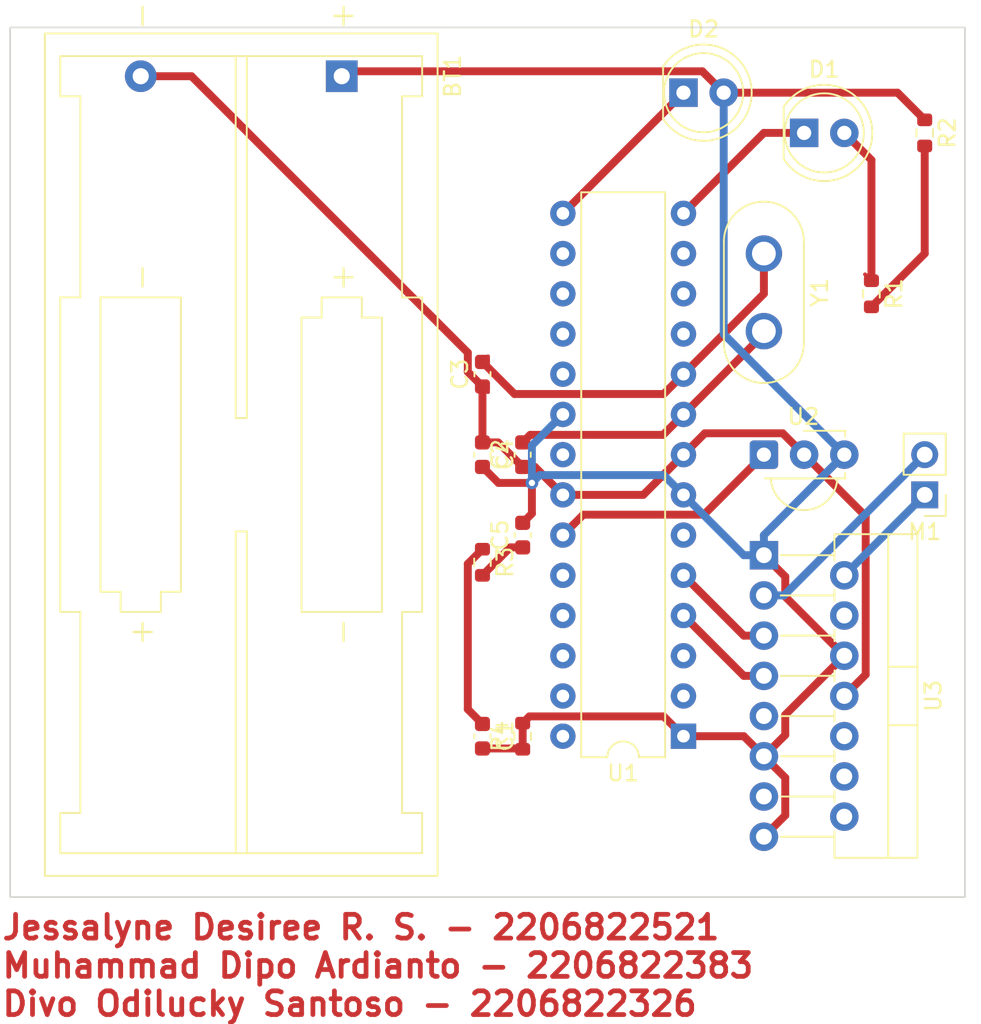
<source format=kicad_pcb>
(kicad_pcb (version 20221018) (generator pcbnew)
  (layers (0 "F.Cu" signal) (31 "B.Cu" signal) (34 "B.Paste" user) (35 "F.Paste" user) (36 "B.SilkS" user "B.Silkscreen") (37 "F.SilkS" user "F.Silkscreen") (38 "B.Mask" user) (39 "F.Mask" user) (44 "Edge.Cuts" user))
  (net 0 "")
  (net 1 "Net-(D1-K)")
  (net 2 "Net-(D1-A)")
  (net 3 "Net-(D2-K)")
  (net 4 "Net-(BT1-+)")
  (net 5 "Net-(M1-+)")
  (net 6 "Net-(M1--)")
  (net 7 "Earth")
  (net 8 "+5V")
  (net 11 "Net-(U1-PD2)")
  (net 12 "Net-(U1-PD3)")
  (net 14 "Net-(C1-Pad1)")
  (net 15 "Net-(BT1--)")
  (net 16 "Net-(U1-PB6{slash}XTAL1)")
  (net 24 "Net-(U1-PB7{slash}XTAL2)")
  (net 26 "Net-(U1-PC0)")
  (net 32 "+12V")
  (footprint "Capacitor_SMD:C_0603_1608Metric" (layer "F.Cu") (at 86.36 114.3 -90)
    (fp_text reference "C1" (at 0 -1.43 90) (layer "F.SilkS"))
    (fp_text value "100nC")
    (fp_line (start -0.14058 -0.51) (end 0.14058 -0.51) (stroke (width 0.12)) (layer "F.SilkS"))
    (fp_line (start -0.14058 0.51) (end 0.14058 0.51) (stroke (width 0.12)) (layer "F.SilkS"))
    (pad "1" smd roundrect (at -0.775 0 270) (size 0.9 0.95) (layers "F.Cu" "F.Paste" "F.Mask") (net 14 "Net-(C1-Pad1)"))
    (pad "2" smd roundrect (at 0.775 0 270) (size 0.9 0.95) (layers "F.Cu" "F.Paste" "F.Mask") (net 4 "Net-(BT1-+)"))
  )
  (footprint "Resistor_SMD:R_0603_1608Metric" (layer "F.Cu") (at 86.36 103.315 -90)
    (fp_text reference "R3" (at 0 -1.43 90) (layer "F.SilkS"))
    (fp_text value "1kR")
    (fp_line (start -0.237258 -0.5225) (end 0.237258 -0.5225) (stroke (width 0.12)) (layer "F.SilkS"))
    (fp_line (start -0.237258 0.5225) (end 0.237258 0.5225) (stroke (width 0.12)) (layer "F.SilkS"))
    (pad "1" smd roundrect (at -0.825 0 270) (size 0.8 0.95) (layers "F.Cu" "F.Paste" "F.Mask") (net 14 "Net-(C1-Pad1)"))
    (pad "2" smd roundrect (at 0.825 0 270) (size 0.8 0.95) (layers "F.Cu" "F.Paste" "F.Mask") (net 15 "Net-(BT1--)"))
  )
  (footprint "Resistor_SMD:R_0603_1608Metric" (layer "F.Cu") (at 110.935 86.36 -90)
    (fp_text reference "R1" (at 0 -1.43 90) (layer "F.SilkS"))
    (fp_text value "100R")
    (fp_line (start -0.237258 -0.5225) (end 0.237258 -0.5225) (stroke (width 0.12)) (layer "F.SilkS"))
    (fp_line (start -0.237258 0.5225) (end 0.237258 0.5225) (stroke (width 0.12)) (layer "F.SilkS"))
    (pad "1" smd roundrect (at -0.825 0 270) (size 0.8 0.95) (layers "F.Cu" "F.Paste" "F.Mask") (net 2 "Net-(D1-A)"))
    (pad "2" smd roundrect (at 0.825 0 270) (size 0.8 0.95) (layers "F.Cu" "F.Paste" "F.Mask") (net 7 "Earth"))
  )
  (footprint "Capacitor_SMD:C_0603_1608Metric" (layer "F.Cu") (at 88.9 101.6 90)
    (fp_text reference "C5" (at 0 -1.43 90) (layer "F.SilkS"))
    (fp_text value "100nC")
    (fp_line (start -0.14058 -0.51) (end 0.14058 -0.51) (stroke (width 0.12)) (layer "F.SilkS"))
    (fp_line (start -0.14058 0.51) (end 0.14058 0.51) (stroke (width 0.12)) (layer "F.SilkS"))
    (pad "1" smd roundrect (at -0.775 0 90) (size 0.9 0.95) (layers "F.Cu" "F.Paste" "F.Mask") (net 15 "Net-(BT1--)"))
    (pad "2" smd roundrect (at 0.775 0 90) (size 0.9 0.95) (layers "F.Cu" "F.Paste" "F.Mask") (net 4 "Net-(BT1-+)"))
  )
  (footprint "LED_THT:LED_D5.0mm_FlatTop" (layer "F.Cu") (at 99.06 73.66)
    (fp_text reference "D2" (at 1.27 -4.01) (layer "F.SilkS"))
    (fp_text value "LED")
    (fp_line (start -1.29 -1.64) (end -1.29 1.64) (stroke (width 0.12)) (layer "F.SilkS"))
    (fp_arc (start -1.29 -1.639512) (mid 2.125106 -2.917258) (end 4.309999 0.001958) (stroke (width 0.12)) (layer "F.SilkS"))
    (fp_arc (start 4.309999 -0.001958) (mid 2.125106 2.917258) (end -1.29 1.639512) (stroke (width 0.12)) (layer "F.SilkS"))
    (fp_circle (center 1.27 0) (end 3.77 0) (stroke (width 0.12)) (fill none) (layer "F.SilkS"))
    (pad "1" thru_hole rect (at 0 0) (size 1.8 1.8) (drill 0.9) (layers "*.Cu" "*.Mask") (net 3 "Net-(D2-K)"))
    (pad "2" thru_hole circle (at 2.54 0) (size 1.8 1.8) (drill 0.9) (layers "*.Cu" "*.Mask") (net 4 "Net-(BT1-+)"))
  )
  (footprint "Connector_PinHeader_2.54mm:PinHeader_1x02_P2.54mm_Vertical" (layer "F.Cu") (at 114.3 99.06 180)
    (fp_text reference "M1" (at 0 -2.33) (layer "F.SilkS"))
    (fp_text value "Motor_DC")
    (fp_line (start -1.33 -1.33) (end 0 -1.33) (stroke (width 0.12)) (layer "F.SilkS"))
    (fp_line (start -1.33 0) (end -1.33 -1.33) (stroke (width 0.12)) (layer "F.SilkS"))
    (fp_line (start -1.33 1.27) (end -1.33 3.87) (stroke (width 0.12)) (layer "F.SilkS"))
    (fp_line (start -1.33 1.27) (end 1.33 1.27) (stroke (width 0.12)) (layer "F.SilkS"))
    (fp_line (start -1.33 3.87) (end 1.33 3.87) (stroke (width 0.12)) (layer "F.SilkS"))
    (fp_line (start 1.33 1.27) (end 1.33 3.87) (stroke (width 0.12)) (layer "F.SilkS"))
    (pad "1" thru_hole rect (at 0 0 180) (size 1.7 1.7) (drill 1) (layers "*.Cu" "*.Mask") (net 5 "Net-(M1-+)"))
    (pad "2" thru_hole oval (at 0 2.54 180) (size 1.7 1.7) (drill 1) (layers "*.Cu" "*.Mask") (net 6 "Net-(M1--)"))
  )
  (footprint "Capacitor_SMD:C_0603_1608Metric" (layer "F.Cu") (at 86.36 91.44 90)
    (fp_text reference "C3" (at 0 -1.43 90) (layer "F.SilkS"))
    (fp_text value "22pC")
    (fp_line (start -0.14058 -0.51) (end 0.14058 -0.51) (stroke (width 0.12)) (layer "F.SilkS"))
    (fp_line (start -0.14058 0.51) (end 0.14058 0.51) (stroke (width 0.12)) (layer "F.SilkS"))
    (pad "1" smd roundrect (at -0.775 0 90) (size 0.9 0.95) (layers "F.Cu" "F.Paste" "F.Mask") (net 15 "Net-(BT1--)"))
    (pad "2" smd roundrect (at 0.775 0 90) (size 0.9 0.95) (layers "F.Cu" "F.Paste" "F.Mask") (net 24 "Net-(U1-PB7{slash}XTAL2)"))
  )
  (footprint "Crystal:Crystal_HC50_Vertical" (layer "F.Cu") (at 104.14 83.82 -90)
    (fp_text reference "Y1" (at 2.45 -3.525 90) (layer "F.SilkS"))
    (fp_text value "16MHz")
    (fp_line (start -0.75 -2.525) (end 5.65 -2.525) (stroke (width 0.12)) (layer "F.SilkS"))
    (fp_line (start -0.75 2.525) (end 5.65 2.525) (stroke (width 0.12)) (layer "F.SilkS"))
    (fp_arc (start -0.75 2.525) (mid -3.275 0) (end -0.75 -2.525) (stroke (width 0.12)) (layer "F.SilkS"))
    (fp_arc (start 5.65 -2.525) (mid 8.175 0) (end 5.65 2.525) (stroke (width 0.12)) (layer "F.SilkS"))
    (pad "1" thru_hole circle (at 0 0 270) (size 2.3 2.3) (drill 1.5) (layers "*.Cu" "*.Mask") (net 24 "Net-(U1-PB7{slash}XTAL2)"))
    (pad "2" thru_hole circle (at 4.9 0 270) (size 2.3 2.3) (drill 1.5) (layers "*.Cu" "*.Mask") (net 16 "Net-(U1-PB6{slash}XTAL1)"))
  )
  (footprint "LED_THT:LED_D5.0mm_FlatTop" (layer "F.Cu") (at 106.68 76.2)
    (fp_text reference "D1" (at 1.27 -4.01) (layer "F.SilkS"))
    (fp_text value "LED")
    (fp_line (start -1.29 -1.64) (end -1.29 1.64) (stroke (width 0.12)) (layer "F.SilkS"))
    (fp_arc (start -1.29 -1.639512) (mid 2.125106 -2.917258) (end 4.309999 0.001958) (stroke (width 0.12)) (layer "F.SilkS"))
    (fp_arc (start 4.309999 -0.001958) (mid 2.125106 2.917258) (end -1.29 1.639512) (stroke (width 0.12)) (layer "F.SilkS"))
    (fp_circle (center 1.27 0) (end 3.77 0) (stroke (width 0.12)) (fill none) (layer "F.SilkS"))
    (pad "1" thru_hole rect (at 0 0) (size 1.8 1.8) (drill 0.9) (layers "*.Cu" "*.Mask") (net 1 "Net-(D1-K)"))
    (pad "2" thru_hole circle (at 2.54 0) (size 1.8 1.8) (drill 0.9) (layers "*.Cu" "*.Mask") (net 2 "Net-(D1-A)"))
  )
  (footprint "Capacitor_SMD:C_0603_1608Metric" (layer "F.Cu") (at 86.36 96.52 -90)
    (fp_text reference "C4" (at 0 -1.43 90) (layer "F.SilkS"))
    (fp_text value "100nC")
    (fp_line (start -0.14058 -0.51) (end 0.14058 -0.51) (stroke (width 0.12)) (layer "F.SilkS"))
    (fp_line (start -0.14058 0.51) (end 0.14058 0.51) (stroke (width 0.12)) (layer "F.SilkS"))
    (pad "1" smd roundrect (at -0.775 0 270) (size 0.9 0.95) (layers "F.Cu" "F.Paste" "F.Mask") (net 15 "Net-(BT1--)"))
    (pad "2" smd roundrect (at 0.775 0 270) (size 0.9 0.95) (layers "F.Cu" "F.Paste" "F.Mask") (net 4 "Net-(BT1-+)"))
  )
  (footprint "Resistor_SMD:R_0603_1608Metric" (layer "F.Cu") (at 114.3 76.2 -90)
    (fp_text reference "R2" (at 0 -1.43 90) (layer "F.SilkS"))
    (fp_text value "100R")
    (fp_line (start -0.237258 -0.5225) (end 0.237258 -0.5225) (stroke (width 0.12)) (layer "F.SilkS"))
    (fp_line (start -0.237258 0.5225) (end 0.237258 0.5225) (stroke (width 0.12)) (layer "F.SilkS"))
    (pad "1" smd roundrect (at -0.825 0 270) (size 0.8 0.95) (layers "F.Cu" "F.Paste" "F.Mask") (net 4 "Net-(BT1-+)"))
    (pad "2" smd roundrect (at 0.825 0 270) (size 0.8 0.95) (layers "F.Cu" "F.Paste" "F.Mask") (net 7 "Earth"))
  )
  (footprint "Resistor_SMD:R_0603_1608Metric" (layer "F.Cu") (at 88.9 114.3 90)
    (fp_text reference "R4" (at 0 -1.43 90) (layer "F.SilkS"))
    (fp_text value "10kR")
    (fp_line (start -0.237258 -0.5225) (end 0.237258 -0.5225) (stroke (width 0.12)) (layer "F.SilkS"))
    (fp_line (start -0.237258 0.5225) (end 0.237258 0.5225) (stroke (width 0.12)) (layer "F.SilkS"))
    (pad "1" smd roundrect (at -0.825 0 90) (size 0.8 0.95) (layers "F.Cu" "F.Paste" "F.Mask") (net 4 "Net-(BT1-+)"))
    (pad "2" smd roundrect (at 0.825 0 90) (size 0.8 0.95) (layers "F.Cu" "F.Paste" "F.Mask") (net 4 "Net-(BT1-+)"))
  )
  (footprint "OptoDevice:Vishay_MINICAST-3Pin" (layer "F.Cu") (at 104.14 96.52)
    (fp_text reference "U2" (at 2.5 -2.4) (layer "F.SilkS"))
    (fp_text value "TSSP58038")
    (fp_line (start 5.14 -1.51) (end 2.54 -1.51) (stroke (width 0.12)) (layer "F.SilkS"))
    (fp_line (start 5.14 -1.16) (end 5.14 -1.51) (stroke (width 0.12)) (layer "F.SilkS"))
    (fp_line (start 5.14 1.16) (end 5.14 1.5) (stroke (width 0.12)) (layer "F.SilkS"))
    (fp_line (start 5.14 1.5) (end 0.05 1.5) (stroke (width 0.12)) (layer "F.SilkS"))
    (fp_arc (start 4.64 1.5) (mid 2.540869 3.502379) (end 0.440083 1.501736) (stroke (width 0.12)) (layer "F.SilkS"))
    (pad "1" thru_hole roundrect (at 0 0) (size 1.8 1.8) (drill 0.9) (layers "*.Cu" "*.Mask") (roundrect_rratio 0.139) (net 26 "Net-(U1-PC0)"))
    (pad "2" thru_hole circle (at 2.54 0) (size 1.8 1.8) (drill 0.9) (layers "*.Cu" "*.Mask") (net 15 "Net-(BT1--)"))
    (pad "3" thru_hole circle (at 5.08 0) (size 1.8 1.8) (drill 0.9) (layers "*.Cu" "*.Mask") (net 4 "Net-(BT1-+)"))
  )
  (footprint "Package_TO_SOT_THT:TO-220-15_P2.54x2.54mm_StaggerOdd_Lead4.58mm_Vertical" (layer "F.Cu") (at 104.14 102.87 -90)
    (fp_text reference "U3" (at 8.89 -10.7 90) (layer "F.SilkS"))
    (fp_text value "L298N")
    (fp_line (start -1.33 -9.7) (end -1.33 -4.459) (stroke (width 0.12)) (layer "F.SilkS"))
    (fp_line (start -1.33 -9.7) (end 19.11 -9.7) (stroke (width 0.12)) (layer "F.SilkS"))
    (fp_line (start -1.33 -7.86) (end 19.11 -7.86) (stroke (width 0.12)) (layer "F.SilkS"))
    (fp_line (start -1.33 -4.459) (end 0.346 -4.459) (stroke (width 0.12)) (layer "F.SilkS"))
    (fp_line (start 0 -4.459) (end 0 -1.05) (stroke (width 0.12)) (layer "F.SilkS"))
    (fp_line (start 2.195 -4.459) (end 2.886 -4.459) (stroke (width 0.12)) (layer "F.SilkS"))
    (fp_line (start 2.54 -4.459) (end 2.54 -1.065) (stroke (width 0.12)) (layer "F.SilkS"))
    (fp_line (start 4.735 -4.459) (end 5.426 -4.459) (stroke (width 0.12)) (layer "F.SilkS"))
    (fp_line (start 5.08 -4.459) (end 5.08 -1.065) (stroke (width 0.12)) (layer "F.SilkS"))
    (fp_line (start 7.041 -9.7) (end 7.041 -7.86) (stroke (width 0.12)) (layer "F.SilkS"))
    (fp_line (start 7.275 -4.459) (end 7.966 -4.459) (stroke (width 0.12)) (layer "F.SilkS"))
    (fp_line (start 7.62 -4.459) (end 7.62 -1.065) (stroke (width 0.12)) (layer "F.SilkS"))
    (fp_line (start 9.815 -4.459) (end 10.506 -4.459) (stroke (width 0.12)) (layer "F.SilkS"))
    (fp_line (start 10.16 -4.459) (end 10.16 -1.065) (stroke (width 0.12)) (layer "F.SilkS"))
    (fp_line (start 10.74 -9.7) (end 10.74 -7.86) (stroke (width 0.12)) (layer "F.SilkS"))
    (fp_line (start 12.355 -4.459) (end 13.046 -4.459) (stroke (width 0.12)) (layer "F.SilkS"))
    (fp_line (start 12.7 -4.459) (end 12.7 -1.065) (stroke (width 0.12)) (layer "F.SilkS"))
    (fp_line (start 14.895 -4.459) (end 15.586 -4.459) (stroke (width 0.12)) (layer "F.SilkS"))
    (fp_line (start 15.24 -4.459) (end 15.24 -1.065) (stroke (width 0.12)) (layer "F.SilkS"))
    (fp_line (start 17.435 -4.459) (end 19.11 -4.459) (stroke (width 0.12)) (layer "F.SilkS"))
    (fp_line (start 17.78 -4.459) (end 17.78 -1.065) (stroke (width 0.12)) (layer "F.SilkS"))
    (fp_line (start 19.11 -9.7) (end 19.11 -4.459) (stroke (width 0.12)) (layer "F.SilkS"))
    (pad "1" thru_hole rect (at 0 0 270) (size 1.8 1.8) (drill 1) (layers "*.Cu" "*.Mask") (net 4 "Net-(BT1-+)"))
    (pad "2" thru_hole oval (at 1.27 -5.08 270) (size 1.8 1.8) (drill 1) (layers "*.Cu" "*.Mask") (net 5 "Net-(M1-+)"))
    (pad "3" thru_hole oval (at 2.54 0 270) (size 1.8 1.8) (drill 1) (layers "*.Cu" "*.Mask") (net 6 "Net-(M1--)"))
    (pad "4" thru_hole oval (at 3.81 -5.08 270) (size 1.8 1.8) (drill 1) (layers "*.Cu" "*.Mask") (net 32 "+12V"))
    (pad "5" thru_hole oval (at 5.08 0 270) (size 1.8 1.8) (drill 1) (layers "*.Cu" "*.Mask") (net 12 "Net-(U1-PD3)"))
    (pad "6" thru_hole oval (at 6.35 -5.08 270) (size 1.8 1.8) (drill 1) (layers "*.Cu" "*.Mask") (net 4 "Net-(BT1-+)"))
    (pad "7" thru_hole oval (at 7.62 0 270) (size 1.8 1.8) (drill 1) (layers "*.Cu" "*.Mask") (net 11 "Net-(U1-PD2)"))
    (pad "8" thru_hole oval (at 8.89 -5.08 270) (size 1.8 1.8) (drill 1) (layers "*.Cu" "*.Mask") (net 15 "Net-(BT1--)"))
    (pad "9" thru_hole oval (at 10.16 0 270) (size 1.8 1.8) (drill 1) (layers "*.Cu" "*.Mask") (net 8 "+5V"))
    (pad "10" thru_hole oval (at 11.43 -5.08 270) (size 1.8 1.8) (drill 1) (layers "*.Cu" "*.Mask"))
    (pad "11" thru_hole oval (at 12.7 0 270) (size 1.8 1.8) (drill 1) (layers "*.Cu" "*.Mask") (net 4 "Net-(BT1-+)"))
    (pad "12" thru_hole oval (at 13.97 -5.08 270) (size 1.8 1.8) (drill 1) (layers "*.Cu" "*.Mask"))
    (pad "13" thru_hole oval (at 15.24 0 270) (size 1.8 1.8) (drill 1) (layers "*.Cu" "*.Mask"))
    (pad "14" thru_hole oval (at 16.51 -5.08 270) (size 1.8 1.8) (drill 1) (layers "*.Cu" "*.Mask"))
    (pad "15" thru_hole oval (at 17.78 0 270) (size 1.8 1.8) (drill 1) (layers "*.Cu" "*.Mask") (net 4 "Net-(BT1-+)"))
  )
  (footprint "Battery:BatteryHolder_Keystone_2468_2xAAA" (layer "F.Cu") (at 77.47 72.62 -90)
    (fp_text reference "BT1" (at 0 -7 90) (layer "F.SilkS"))
    (fp_text value "5V")
    (fp_text user "-" (at -3.81 12.7 90) (layer "F.SilkS") (effects (font (size 1.5 1.5))))
    (fp_text user "-" (at 35.1 0 90) (layer "F.SilkS") (effects (font (size 1.5 1.5))))
    (fp_text user "+" (at 12.7 0 90) (layer "F.SilkS") (effects (font (size 1.5 1.5))))
    (fp_text user "+" (at 35.1 12.7 90) (layer "F.SilkS") (effects (font (size 1.5 1.5))))
    (fp_text user "-" (at 12.7 12.7 90) (layer "F.SilkS") (effects (font (size 1.5 1.5))))
    (fp_text user "+" (at -3.81 0 90) (layer "F.SilkS") (effects (font (size 1.5 1.5))))
    (fp_line (start -2.7 -6.05) (end -2.7 18.75) (stroke (width 0.12)) (layer "F.SilkS"))
    (fp_line (start -2.7 18.755) (end 50.5 18.755) (stroke (width 0.12)) (layer "F.SilkS"))
    (fp_line (start -1.27 -5.08) (end -1.27 17.78) (stroke (width 0.12)) (layer "F.SilkS"))
    (fp_line (start -1.27 6) (end 21.59 6) (stroke (width 0.12)) (layer "F.SilkS"))
    (fp_line (start -1.27 17.78) (end 1.27 17.78) (stroke (width 0.12)) (layer "F.SilkS"))
    (fp_line (start 1.27 -5.08) (end -1.27 -5.08) (stroke (width 0.12)) (layer "F.SilkS"))
    (fp_line (start 1.27 -3.81) (end 1.27 -5.08) (stroke (width 0.12)) (layer "F.SilkS"))
    (fp_line (start 1.27 -3.81) (end 13.97 -3.81) (stroke (width 0.12)) (layer "F.SilkS"))
    (fp_line (start 1.27 16.51) (end 13.97 16.51) (stroke (width 0.12)) (layer "F.SilkS"))
    (fp_line (start 1.27 17.78) (end 1.27 16.51) (stroke (width 0.12)) (layer "F.SilkS"))
    (fp_line (start 13.97 -5.08) (end 13.97 -3.81) (stroke (width 0.12)) (layer "F.SilkS"))
    (fp_line (start 13.97 -1.27) (end 15.24 -1.27) (stroke (width 0.12)) (layer "F.SilkS"))
    (fp_line (start 13.97 1.27) (end 13.97 -1.27) (stroke (width 0.12)) (layer "F.SilkS"))
    (fp_line (start 13.97 10.16) (end 32.56 10.16) (stroke (width 0.12)) (layer "F.SilkS"))
    (fp_line (start 13.97 15.24) (end 13.97 10.16) (stroke (width 0.12)) (layer "F.SilkS"))
    (fp_line (start 13.97 16.51) (end 13.97 17.78) (stroke (width 0.12)) (layer "F.SilkS"))
    (fp_line (start 13.97 17.78) (end 33.83 17.78) (stroke (width 0.12)) (layer "F.SilkS"))
    (fp_line (start 15.24 -2.54) (end 33.83 -2.54) (stroke (width 0.12)) (layer "F.SilkS"))
    (fp_line (start 15.24 -1.27) (end 15.24 -2.54) (stroke (width 0.12)) (layer "F.SilkS"))
    (fp_line (start 15.24 1.27) (end 13.97 1.27) (stroke (width 0.12)) (layer "F.SilkS"))
    (fp_line (start 15.24 2.54) (end 15.24 1.27) (stroke (width 0.12)) (layer "F.SilkS"))
    (fp_line (start 21.59 6) (end 21.59 6.7) (stroke (width 0.12)) (layer "F.SilkS"))
    (fp_line (start 21.59 6.7) (end -1.27 6.7) (stroke (width 0.12)) (layer "F.SilkS"))
    (fp_line (start 28.75 6) (end 28.75 6.7) (stroke (width 0.12)) (layer "F.SilkS"))
    (fp_line (start 28.75 6.7) (end 49.07 6.7) (stroke (width 0.12)) (layer "F.SilkS"))
    (fp_line (start 32.56 10.16) (end 32.56 11.43) (stroke (width 0.12)) (layer "F.SilkS"))
    (fp_line (start 32.56 11.43) (end 33.83 11.43) (stroke (width 0.12)) (layer "F.SilkS"))
    (fp_line (start 32.56 13.97) (end 32.56 15.24) (stroke (width 0.12)) (layer "F.SilkS"))
    (fp_line (start 32.56 15.24) (end 13.97 15.24) (stroke (width 0.12)) (layer "F.SilkS"))
    (fp_line (start 33.83 -5.08) (end 13.97 -5.08) (stroke (width 0.12)) (layer "F.SilkS"))
    (fp_line (start 33.83 -3.81) (end 33.83 -5.08) (stroke (width 0.12)) (layer "F.SilkS"))
    (fp_line (start 33.83 -2.54) (end 33.83 2.54) (stroke (width 0.12)) (layer "F.SilkS"))
    (fp_line (start 33.83 2.54) (end 15.24 2.54) (stroke (width 0.12)) (layer "F.SilkS"))
    (fp_line (start 33.83 11.43) (end 33.83 13.97) (stroke (width 0.12)) (layer "F.SilkS"))
    (fp_line (start 33.83 13.97) (end 32.56 13.97) (stroke (width 0.12)) (layer "F.SilkS"))
    (fp_line (start 33.83 17.78) (end 33.83 16.51) (stroke (width 0.12)) (layer "F.SilkS"))
    (fp_line (start 46.53 -5.08) (end 46.53 -3.81) (stroke (width 0.12)) (layer "F.SilkS"))
    (fp_line (start 46.53 -3.81) (end 33.83 -3.81) (stroke (width 0.12)) (layer "F.SilkS"))
    (fp_line (start 46.53 16.51) (end 33.83 16.51) (stroke (width 0.12)) (layer "F.SilkS"))
    (fp_line (start 46.53 17.78) (end 46.53 16.51) (stroke (width 0.12)) (layer "F.SilkS"))
    (fp_line (start 49.07 -5.08) (end 46.53 -5.08) (stroke (width 0.12)) (layer "F.SilkS"))
    (fp_line (start 49.07 -5.08) (end 49.07 17.78) (stroke (width 0.12)) (layer "F.SilkS"))
    (fp_line (start 49.07 6) (end 28.75 6) (stroke (width 0.12)) (layer "F.SilkS"))
    (fp_line (start 49.07 17.78) (end 46.53 17.78) (stroke (width 0.12)) (layer "F.SilkS"))
    (fp_line (start 50.5 -6.055) (end -2.7 -6.055) (stroke (width 0.12)) (layer "F.SilkS"))
    (fp_line (start 50.5 18.75) (end 50.5 -6.05) (stroke (width 0.12)) (layer "F.SilkS"))
    (pad "" np_thru_hole circle (at 8.64 4 270) (size 3.45 3.45) (drill 3.45) (layers "*.Cu"))
    (pad "" np_thru_hole circle (at 38.61 8.7 270) (size 3.45 3.45) (drill 3.45) (layers "*.Cu" "*.Mask"))
    (pad "1" thru_hole rect (at 0 0 270) (size 2 2) (drill 1.02) (layers "*.Cu" "*.Mask") (net 4 "Net-(BT1-+)"))
    (pad "2" thru_hole circle (at 0 12.7 270) (size 2 2) (drill 1.02) (layers "*.Cu" "*.Mask") (net 15 "Net-(BT1--)"))
  )
  (footprint "Package_DIP:DIP-28_W7.62mm" (layer "F.Cu") (at 99.06 114.3 180)
    (fp_text reference "U1" (at 3.81 -2.33) (layer "F.SilkS"))
    (fp_text value "ATmega8-16P")
    (fp_line (start 1.16 -1.33) (end 1.16 34.35) (stroke (width 0.12)) (layer "F.SilkS"))
    (fp_line (start 1.16 34.35) (end 6.46 34.35) (stroke (width 0.12)) (layer "F.SilkS"))
    (fp_line (start 2.81 -1.33) (end 1.16 -1.33) (stroke (width 0.12)) (layer "F.SilkS"))
    (fp_line (start 6.46 -1.33) (end 4.81 -1.33) (stroke (width 0.12)) (layer "F.SilkS"))
    (fp_line (start 6.46 34.35) (end 6.46 -1.33) (stroke (width 0.12)) (layer "F.SilkS"))
    (fp_arc (start 4.81 -1.33) (mid 3.81 -0.33) (end 2.81 -1.33) (stroke (width 0.12)) (layer "F.SilkS"))
    (pad "1" thru_hole rect (at 0 0 180) (size 1.6 1.6) (drill 0.8) (layers "*.Cu" "*.Mask") (net 4 "Net-(BT1-+)"))
    (pad "2" thru_hole oval (at 0 2.54 180) (size 1.6 1.6) (drill 0.8) (layers "*.Cu" "*.Mask"))
    (pad "3" thru_hole oval (at 0 5.08 180) (size 1.6 1.6) (drill 0.8) (layers "*.Cu" "*.Mask"))
    (pad "4" thru_hole oval (at 0 7.62 180) (size 1.6 1.6) (drill 0.8) (layers "*.Cu" "*.Mask") (net 11 "Net-(U1-PD2)"))
    (pad "5" thru_hole oval (at 0 10.16 180) (size 1.6 1.6) (drill 0.8) (layers "*.Cu" "*.Mask") (net 12 "Net-(U1-PD3)"))
    (pad "6" thru_hole oval (at 0 12.7 180) (size 1.6 1.6) (drill 0.8) (layers "*.Cu" "*.Mask"))
    (pad "7" thru_hole oval (at 0 15.24 180) (size 1.6 1.6) (drill 0.8) (layers "*.Cu" "*.Mask") (net 4 "Net-(BT1-+)"))
    (pad "8" thru_hole oval (at 0 17.78 180) (size 1.6 1.6) (drill 0.8) (layers "*.Cu" "*.Mask") (net 15 "Net-(BT1--)"))
    (pad "9" thru_hole oval (at 0 20.32 180) (size 1.6 1.6) (drill 0.8) (layers "*.Cu" "*.Mask") (net 16 "Net-(U1-PB6{slash}XTAL1)"))
    (pad "10" thru_hole oval (at 0 22.86 180) (size 1.6 1.6) (drill 0.8) (layers "*.Cu" "*.Mask") (net 24 "Net-(U1-PB7{slash}XTAL2)"))
    (pad "11" thru_hole oval (at 0 25.4 180) (size 1.6 1.6) (drill 0.8) (layers "*.Cu" "*.Mask"))
    (pad "12" thru_hole oval (at 0 27.94 180) (size 1.6 1.6) (drill 0.8) (layers "*.Cu" "*.Mask"))
    (pad "13" thru_hole oval (at 0 30.48 180) (size 1.6 1.6) (drill 0.8) (layers "*.Cu" "*.Mask"))
    (pad "14" thru_hole oval (at 0 33.02 180) (size 1.6 1.6) (drill 0.8) (layers "*.Cu" "*.Mask") (net 1 "Net-(D1-K)"))
    (pad "15" thru_hole oval (at 7.62 33.02 180) (size 1.6 1.6) (drill 0.8) (layers "*.Cu" "*.Mask") (net 3 "Net-(D2-K)"))
    (pad "16" thru_hole oval (at 7.62 30.48 180) (size 1.6 1.6) (drill 0.8) (layers "*.Cu" "*.Mask"))
    (pad "17" thru_hole oval (at 7.62 27.94 180) (size 1.6 1.6) (drill 0.8) (layers "*.Cu" "*.Mask"))
    (pad "18" thru_hole oval (at 7.62 25.4 180) (size 1.6 1.6) (drill 0.8) (layers "*.Cu" "*.Mask"))
    (pad "19" thru_hole oval (at 7.62 22.86 180) (size 1.6 1.6) (drill 0.8) (layers "*.Cu" "*.Mask"))
    (pad "20" thru_hole oval (at 7.62 20.32 180) (size 1.6 1.6) (drill 0.8) (layers "*.Cu" "*.Mask") (net 4 "Net-(BT1-+)"))
    (pad "21" thru_hole oval (at 7.62 17.78 180) (size 1.6 1.6) (drill 0.8) (layers "*.Cu" "*.Mask"))
    (pad "22" thru_hole oval (at 7.62 15.24 180) (size 1.6 1.6) (drill 0.8) (layers "*.Cu" "*.Mask") (net 15 "Net-(BT1--)"))
    (pad "23" thru_hole oval (at 7.62 12.7 180) (size 1.6 1.6) (drill 0.8) (layers "*.Cu" "*.Mask") (net 26 "Net-(U1-PC0)"))
    (pad "24" thru_hole oval (at 7.62 10.16 180) (size 1.6 1.6) (drill 0.8) (layers "*.Cu" "*.Mask"))
    (pad "25" thru_hole oval (at 7.62 7.62 180) (size 1.6 1.6) (drill 0.8) (layers "*.Cu" "*.Mask"))
    (pad "26" thru_hole oval (at 7.62 5.08 180) (size 1.6 1.6) (drill 0.8) (layers "*.Cu" "*.Mask"))
    (pad "27" thru_hole oval (at 7.62 2.54 180) (size 1.6 1.6) (drill 0.8) (layers "*.Cu" "*.Mask"))
    (pad "28" thru_hole oval (at 7.62 0 180) (size 1.6 1.6) (drill 0.8) (layers "*.Cu" "*.Mask"))
  )
  (footprint "Capacitor_SMD:C_0603_1608Metric" (layer "F.Cu") (at 88.9 96.52 90)
    (fp_text reference "C2" (at 0 -1.43 90) (layer "F.SilkS"))
    (fp_text value "22pC")
    (fp_line (start -0.14058 -0.51) (end 0.14058 -0.51) (stroke (width 0.12)) (layer "F.SilkS"))
    (fp_line (start -0.14058 0.51) (end 0.14058 0.51) (stroke (width 0.12)) (layer "F.SilkS"))
    (pad "1" smd roundrect (at -0.775 0 90) (size 0.9 0.95) (layers "F.Cu" "F.Paste" "F.Mask") (net 15 "Net-(BT1--)"))
    (pad "2" smd roundrect (at 0.775 0 90) (size 0.9 0.95) (layers "F.Cu" "F.Paste" "F.Mask") (net 16 "Net-(U1-PB6{slash}XTAL1)"))
  )
  (gr_rect (start 56.52 69.54) (end 116.84 124.46) (stroke (width 0.1)) (fill none) (layer "Edge.Cuts"))
  (gr_text "Jessalyne Desiree R. S. - 2206822521\nMuhammad Dipo Ardianto - 2206822383\nDivo Odilucky Santoso - 2206822326" (at 55.88 132.08) (layer "F.Cu") (effects (font (size 1.5 1.5) (thickness 0.3) bold) (justify left bottom)))
  (segment (start 106.68 76.2) (end 104.14 76.2) (width 0.5) (layer "F.Cu") (net 1))
  (segment (start 104.14 76.2) (end 99.06 81.28) (width 0.5) (layer "F.Cu") (net 1))
  (segment (start 109.22 76.2) (end 110.935 77.915) (width 0.5) (layer "F.Cu") (net 2))
  (segment (start 110.935 85.535) (end 110.535 85.135) (width 0.25) (layer "F.Cu") (net 2))
  (segment (start 110.935 77.915) (end 110.935 85.535) (width 0.5) (layer "F.Cu") (net 2))
  (segment (start 99.06 73.66) (end 91.44 81.28) (width 0.5) (layer "F.Cu") (net 3))
  (segment (start 105.49 105.49) (end 105.49 104.22) (width 0.5) (layer "F.Cu") (net 4))
  (segment (start 105.49 112.95) (end 105.49 114.22) (width 0.5) (layer "F.Cu") (net 4))
  (segment (start 86.36 97.295) (end 87.370347 98.305347) (width 0.5) (layer "F.Cu") (net 4))
  (segment (start 88.9 113.475) (end 89.325 113.05) (width 0.5) (layer "F.Cu") (net 4))
  (segment (start 86.36 115.075) (end 88.85 115.075) (width 0.5) (layer "F.Cu") (net 4))
  (segment (start 100.25 72.31) (end 101.6 73.66) (width 0.5) (layer "F.Cu") (net 4))
  (segment (start 105.49 116.92) (end 105.49 119.3) (width 0.5) (layer "F.Cu") (net 4))
  (segment (start 89.325 113.05) (end 97.81 113.05) (width 0.5) (layer "F.Cu") (net 4))
  (segment (start 109.22 109.22) (end 105.49 112.95) (width 0.5) (layer "F.Cu") (net 4))
  (segment (start 112.585 73.66) (end 114.3 75.375) (width 0.5) (layer "F.Cu") (net 4))
  (segment (start 99.06 114.3) (end 102.87 114.3) (width 0.5) (layer "F.Cu") (net 4))
  (segment (start 88.85 115.075) (end 88.9 115.125) (width 0.5) (layer "F.Cu") (net 4))
  (segment (start 89.483971 98.305347) (end 89.483971 100.241029) (width 0.5) (layer "F.Cu") (net 4))
  (segment (start 105.49 104.22) (end 104.14 102.87) (width 0.5) (layer "F.Cu") (net 4))
  (segment (start 77.47 72.62) (end 77.78 72.31) (width 0.5) (layer "F.Cu") (net 4))
  (segment (start 109.22 109.22) (end 105.49 105.49) (width 0.5) (layer "F.Cu") (net 4))
  (segment (start 101.6 73.66) (end 112.585 73.66) (width 0.5) (layer "F.Cu") (net 4))
  (segment (start 105.49 119.3) (end 104.14 120.65) (width 0.5) (layer "F.Cu") (net 4))
  (segment (start 97.81 113.05) (end 99.06 114.3) (width 0.5) (layer "F.Cu") (net 4))
  (segment (start 104.14 115.57) (end 105.49 116.92) (width 0.5) (layer "F.Cu") (net 4))
  (segment (start 87.370347 98.305347) (end 89.483971 98.305347) (width 0.5) (layer "F.Cu") (net 4))
  (segment (start 89.483971 100.241029) (end 88.9 100.825) (width 0.5) (layer "F.Cu") (net 4))
  (segment (start 88.9 115.125) (end 88.9 113.475) (width 0.5) (layer "F.Cu") (net 4))
  (segment (start 105.49 114.22) (end 104.14 115.57) (width 0.5) (layer "F.Cu") (net 4))
  (segment (start 102.87 114.3) (end 104.14 115.57) (width 0.5) (layer "F.Cu") (net 4))
  (segment (start 77.78 72.31) (end 100.25 72.31) (width 0.5) (layer "F.Cu") (net 4))
  (via (at 89.483971 98.305347) (size 0.8) (drill 0.4) (layers "F.Cu" "B.Cu") (net 4))
  (segment (start 89.483971 98.305347) (end 89.979318 97.81) (width 0.5) (layer "B.Cu") (net 4))
  (segment (start 104.14 102.87) (end 102.87 102.87) (width 0.5) (layer "B.Cu") (net 4))
  (segment (start 109.22 96.52) (end 101.6 88.9) (width 0.5) (layer "B.Cu") (net 4))
  (segment (start 89.483971 98.305347) (end 89.483971 95.936029) (width 0.5) (layer "B.Cu") (net 4))
  (segment (start 101.6 88.9) (end 101.6 73.66) (width 0.5) (layer "B.Cu") (net 4))
  (segment (start 97.81 97.81) (end 99.06 99.06) (width 0.5) (layer "B.Cu") (net 4))
  (segment (start 102.87 102.87) (end 99.06 99.06) (width 0.5) (layer "B.Cu") (net 4))
  (segment (start 104.14 101.6) (end 109.22 96.52) (width 0.5) (layer "B.Cu") (net 4))
  (segment (start 89.979318 97.81) (end 97.81 97.81) (width 0.5) (layer "B.Cu") (net 4))
  (segment (start 104.14 102.87) (end 104.14 101.6) (width 0.5) (layer "B.Cu") (net 4))
  (segment (start 89.483971 95.936029) (end 91.44 93.98) (width 0.5) (layer "B.Cu") (net 4))
  (segment (start 114.3 99.06) (end 109.22 104.14) (width 0.5) (layer "B.Cu") (net 5))
  (segment (start 105.41 105.41) (end 114.3 96.52) (width 0.5) (layer "B.Cu") (net 6))
  (segment (start 104.14 105.41) (end 105.41 105.41) (width 0.5) (layer "B.Cu") (net 6))
  (segment (start 114.3 77.025) (end 114.3 83.82) (width 0.5) (layer "F.Cu") (net 7))
  (segment (start 114.3 83.82) (end 110.935 87.185) (width 0.5) (layer "F.Cu") (net 7))
  (segment (start 104.14 110.49) (end 102.87 110.49) (width 0.5) (layer "F.Cu") (net 11))
  (segment (start 102.87 110.49) (end 99.06 106.68) (width 0.5) (layer "F.Cu") (net 11))
  (segment (start 102.87 107.95) (end 99.06 104.14) (width 0.5) (layer "F.Cu") (net 12))
  (segment (start 104.14 107.95) (end 102.87 107.95) (width 0.5) (layer "F.Cu") (net 12))
  (segment (start 85.435 112.6) (end 86.36 113.525) (width 0.5) (layer "F.Cu") (net 14))
  (segment (start 86.36 102.49) (end 85.435 103.415) (width 0.5) (layer "F.Cu") (net 14))
  (segment (start 85.435 103.415) (end 85.435 112.6) (width 0.5) (layer "F.Cu") (net 14))
  (segment (start 87.35 95.745) (end 88.9 97.295) (width 0.5) (layer "F.Cu") (net 15))
  (segment (start 86.36 92.215) (end 86.36 95.745) (width 0.5) (layer "F.Cu") (net 15))
  (segment (start 88.9 97.295) (end 89.675 97.295) (width 0.5) (layer "F.Cu") (net 15))
  (segment (start 91.44 99.06) (end 96.52 99.06) (width 0.5) (layer "F.Cu") (net 15))
  (segment (start 88.125 102.375) (end 86.36 104.14) (width 0.5) (layer "F.Cu") (net 15))
  (segment (start 88.9 102.375) (end 88.125 102.375) (width 0.5) (layer "F.Cu") (net 15))
  (segment (start 86.36 92.215) (end 86.71 92.565) (width 0.25) (layer "F.Cu") (net 15))
  (segment (start 86.36 95.745) (end 87.35 95.745) (width 0.5) (layer "F.Cu") (net 15))
  (segment (start 64.77 72.62) (end 67.976625 72.62) (width 0.5) (layer "F.Cu") (net 15))
  (segment (start 67.976625 72.62) (end 85.435 90.078375) (width 0.5) (layer "F.Cu") (net 15))
  (segment (start 110.57 100.41) (end 106.68 96.52) (width 0.5) (layer "F.Cu") (net 15))
  (segment (start 109.22 111.76) (end 110.57 110.41) (width 0.5) (layer "F.Cu") (net 15))
  (segment (start 85.435 90.078375) (end 85.435 91.29) (width 0.5) (layer "F.Cu") (net 15))
  (segment (start 105.33 95.17) (end 106.68 96.52) (width 0.5) (layer "F.Cu") (net 15))
  (segment (start 89.675 97.295) (end 91.44 99.06) (width 0.5) (layer "F.Cu") (net 15))
  (segment (start 100.41 95.17) (end 105.33 95.17) (width 0.5) (layer "F.Cu") (net 15))
  (segment (start 99.06 96.52) (end 100.41 95.17) (width 0.5) (layer "F.Cu") (net 15))
  (segment (start 85.435 91.29) (end 86.36 92.215) (width 0.5) (layer "F.Cu") (net 15))
  (segment (start 96.52 99.06) (end 99.06 96.52) (width 0.5) (layer "F.Cu") (net 15))
  (segment (start 110.57 110.41) (end 110.57 100.41) (width 0.5) (layer "F.Cu") (net 15))
  (segment (start 88.9 95.745) (end 89.375 95.27) (width 0.5) (layer "F.Cu") (net 16))
  (segment (start 89.375 95.27) (end 97.77 95.27) (width 0.5) (layer "F.Cu") (net 16))
  (segment (start 97.77 95.27) (end 99.06 93.98) (width 0.5) (layer "F.Cu") (net 16))
  (segment (start 99.06 93.98) (end 104.14 88.9) (width 0.5) (layer "F.Cu") (net 16))
  (segment (start 104.14 88.9) (end 104.14 88.72) (width 0.5) (layer "F.Cu") (net 16))
  (segment (start 99.06 91.44) (end 97.81 92.69) (width 0.5) (layer "F.Cu") (net 24))
  (segment (start 86.36 90.665) (end 86.71 90.315) (width 0.25) (layer "F.Cu") (net 24))
  (segment (start 99.06 91.44) (end 104.14 86.36) (width 0.5) (layer "F.Cu") (net 24))
  (segment (start 97.81 92.69) (end 88.385 92.69) (width 0.5) (layer "F.Cu") (net 24))
  (segment (start 104.14 86.36) (end 104.14 83.82) (width 0.5) (layer "F.Cu") (net 24))
  (segment (start 88.385 92.69) (end 86.36 90.665) (width 0.5) (layer "F.Cu") (net 24))
  (segment (start 92.73 100.31) (end 100.35 100.31) (width 0.5) (layer "F.Cu") (net 26))
  (segment (start 100.35 100.31) (end 104.14 96.52) (width 0.5) (layer "F.Cu") (net 26))
  (segment (start 91.44 101.6) (end 92.73 100.31) (width 0.5) (layer "F.Cu") (net 26))
)
</source>
